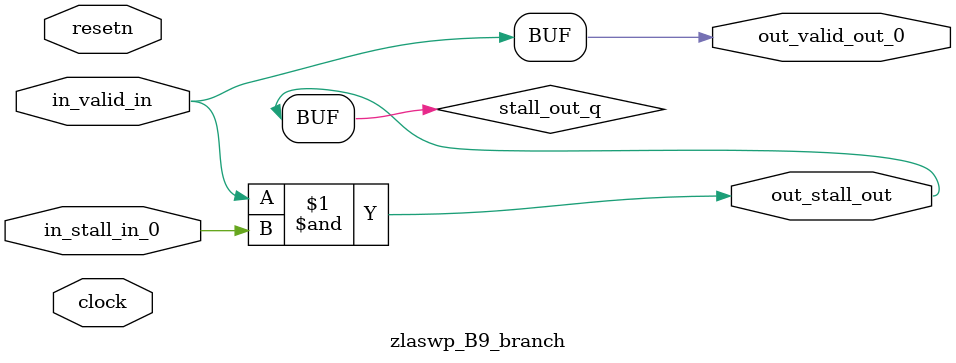
<source format=sv>



(* altera_attribute = "-name AUTO_SHIFT_REGISTER_RECOGNITION OFF; -name MESSAGE_DISABLE 10036; -name MESSAGE_DISABLE 10037; -name MESSAGE_DISABLE 14130; -name MESSAGE_DISABLE 14320; -name MESSAGE_DISABLE 15400; -name MESSAGE_DISABLE 14130; -name MESSAGE_DISABLE 10036; -name MESSAGE_DISABLE 12020; -name MESSAGE_DISABLE 12030; -name MESSAGE_DISABLE 12010; -name MESSAGE_DISABLE 12110; -name MESSAGE_DISABLE 14320; -name MESSAGE_DISABLE 13410; -name MESSAGE_DISABLE 113007; -name MESSAGE_DISABLE 10958" *)
module zlaswp_B9_branch (
    input wire [0:0] in_stall_in_0,
    input wire [0:0] in_valid_in,
    output wire [0:0] out_stall_out,
    output wire [0:0] out_valid_out_0,
    input wire clock,
    input wire resetn
    );

    wire [0:0] stall_out_q;


    // stall_out(LOGICAL,6)
    assign stall_out_q = in_valid_in & in_stall_in_0;

    // out_stall_out(GPOUT,4)
    assign out_stall_out = stall_out_q;

    // out_valid_out_0(GPOUT,5)
    assign out_valid_out_0 = in_valid_in;

endmodule

</source>
